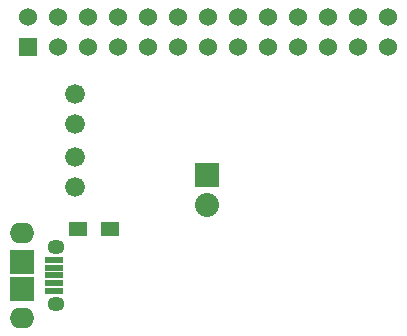
<source format=gbs>
G04 #@! TF.FileFunction,Soldermask,Bot*
%FSLAX46Y46*%
G04 Gerber Fmt 4.6, Leading zero omitted, Abs format (unit mm)*
G04 Created by KiCad (PCBNEW (after 2015-mar-04 BZR unknown)-product) date 8/7/2018 2:13:47 PM*
%MOMM*%
G01*
G04 APERTURE LIST*
%ADD10C,0.100000*%
%ADD11R,1.524000X1.524000*%
%ADD12C,1.524000*%
%ADD13C,1.676400*%
%ADD14R,1.500000X1.300000*%
%ADD15R,2.032000X2.032000*%
%ADD16O,2.032000X2.032000*%
%ADD17O,2.100000X1.724000*%
%ADD18R,2.100000X2.000000*%
%ADD19R,1.550000X0.600000*%
%ADD20O,1.450000X1.250000*%
G04 APERTURE END LIST*
D10*
D11*
X1905000Y-4445000D03*
D12*
X1905000Y-1905000D03*
X4445000Y-4445000D03*
X4445000Y-1905000D03*
X6985000Y-4445000D03*
X6985000Y-1905000D03*
X9525000Y-4445000D03*
X9525000Y-1905000D03*
X12065000Y-4445000D03*
X12065000Y-1905000D03*
X14605000Y-4445000D03*
X14605000Y-1905000D03*
X17145000Y-4445000D03*
X17145000Y-1905000D03*
X19685000Y-4445000D03*
X19685000Y-1905000D03*
X22225000Y-4445000D03*
X22225000Y-1905000D03*
X24765000Y-4445000D03*
X24765000Y-1905000D03*
X27305000Y-4445000D03*
X27305000Y-1905000D03*
X29845000Y-4445000D03*
X29845000Y-1905000D03*
X32385000Y-4445000D03*
X32385000Y-1905000D03*
D13*
X5842000Y-13716000D03*
X5842000Y-16256000D03*
X5880000Y-8380000D03*
X5880000Y-10920000D03*
D14*
X8843000Y-19812000D03*
X6143000Y-19812000D03*
D15*
X17018000Y-15240000D03*
D16*
X17018000Y-17780000D03*
D17*
X1397000Y-27349000D03*
D18*
X1397000Y-24899000D03*
X1397000Y-22599000D03*
D17*
X1397000Y-20149000D03*
D19*
X4072000Y-25049000D03*
X4072000Y-24399000D03*
X4072000Y-23749000D03*
X4072000Y-23099000D03*
X4072000Y-22449000D03*
D20*
X4297000Y-26174000D03*
X4297000Y-21324000D03*
M02*

</source>
